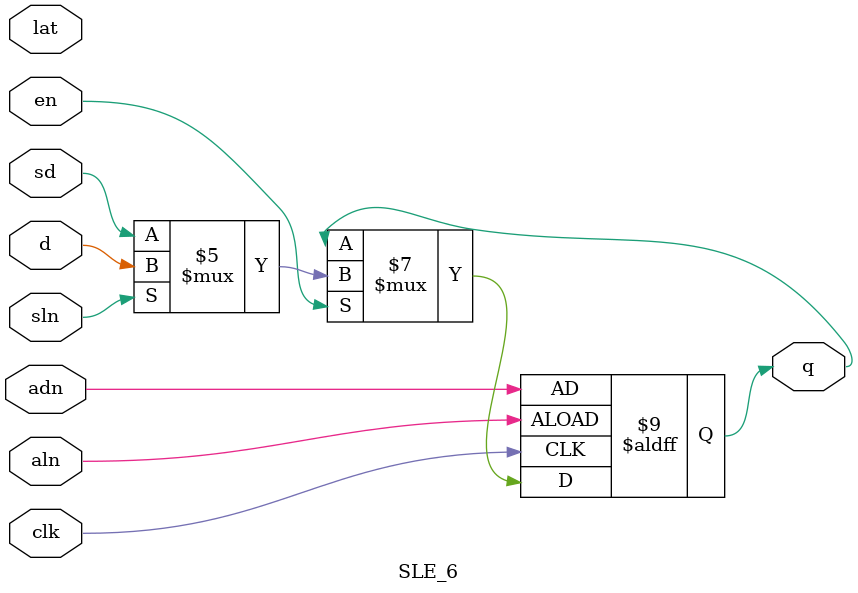
<source format=v>
module SLE_6(d, clk, en, aln, adn, sln, sd, lat, q);

input d, clk, en, aln, adn, sln, sd, lat;
output reg q;

always @(posedge clk, negedge aln) begin
    if (~aln)
        q <= adn;
    else begin
        if (en)begin
            if(~sln)
                q <= sd;
            else
                q <= d;
        end
    end
end
    
endmodule
</source>
